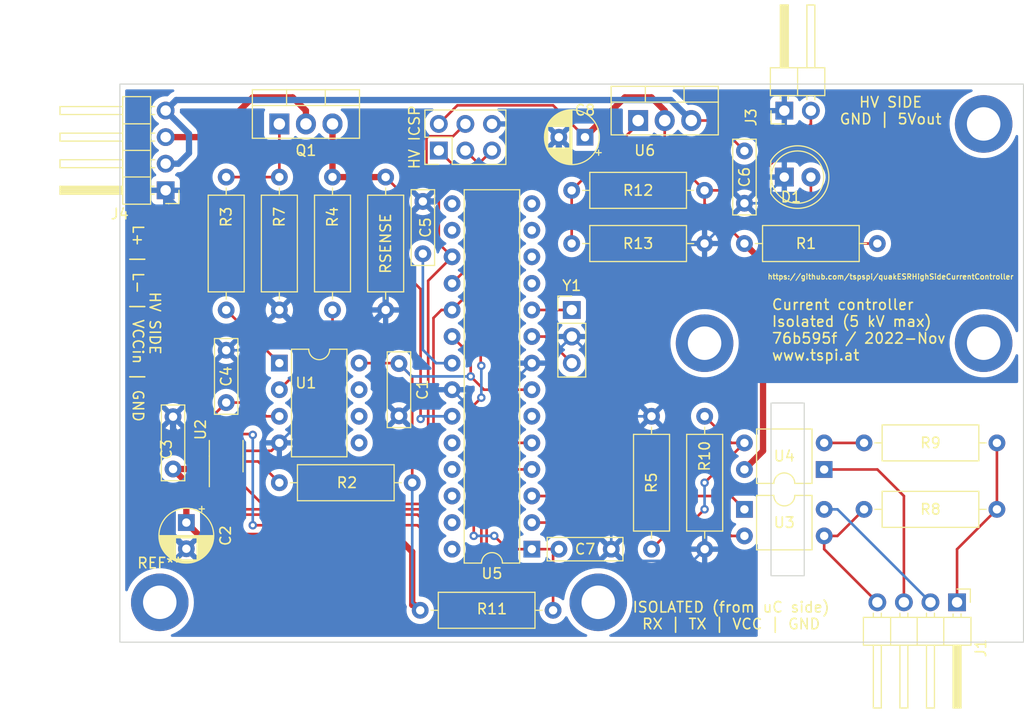
<source format=kicad_pcb>
(kicad_pcb (version 20211014) (generator pcbnew)
  (layers (0 "F.Cu" signal) (31 "B.Cu" signal) (34 "B.Paste" user) (35 "F.Paste" user) (36 "B.SilkS" user "B.Silkscreen") (37 "F.SilkS" user "F.Silkscreen") (38 "B.Mask" user) (39 "F.Mask" user) (44 "Edge.Cuts" user))
  (net 0 "")
  (net 1 "+5V")
  (net 2 "GND")
  (net 3 "Net-(C4-Pad1)")
  (net 4 "Net-(C5-Pad1)")
  (net 5 "Load_1")
  (net 6 "Net-(C7-Pad1)")
  (net 7 "Net-(D1-Pad2)")
  (net 8 "Net-(J1-Pad1)")
  (net 9 "Net-(J1-Pad2)")
  (net 10 "Net-(J1-Pad3)")
  (net 11 "Net-(J1-Pad4)")
  (net 12 "Net-(J2-Pad1)")
  (net 13 "Net-(J2-Pad3)")
  (net 14 "Net-(J2-Pad4)")
  (net 15 "Load_2")
  (net 16 "Net-(Q1-Pad1)")
  (net 17 "Net-(Q1-Pad3)")
  (net 18 "Net-(R2-Pad1)")
  (net 19 "Net-(R3-Pad1)")
  (net 20 "Net-(R4-Pad1)")
  (net 21 "Net-(R5-Pad2)")
  (net 22 "Net-(R9-Pad1)")
  (net 23 "Net-(R10-Pad1)")
  (net 24 "Net-(R12-Pad2)")
  (net 25 "Net-(U2-Pad5)")
  (net 27 "Net-(U3-Pad1)")
  (net 38 "Net-(Y1-Pad3)")
  (net 39 "Net-(Y1-Pad1)")
  (footprint "Resistor_THT:R_Axial_DIN0309_L9.0mm_D3.2mm_P12.70mm_Horizontal" (layer "F.Cu") (at 186.182 126.492)
    (fp_text reference "R11" (at 6.858 -0.127) (layer "F.SilkS"))
    (fp_text value "10k")
    (pad "1" thru_hole circle (at 0 0) (size 1.6 1.6) (drill 0.8) (layers *.Cu *.Mask) (net 1 "+5V"))
    (pad "2" thru_hole oval (at 12.7 0) (size 1.6 1.6) (drill 0.8) (layers *.Cu *.Mask) (net 6 "Net-(C7-Pad1)"))
  )
  (footprint "Resistor_THT:R_Axial_DIN0309_L9.0mm_D3.2mm_P12.70mm_Horizontal" (layer "F.Cu") (at 172.72 114.3)
    (fp_text reference "R2" (at 6.46 0) (layer "F.SilkS"))
    (fp_text value "10k")
    (pad "1" thru_hole circle (at 0 0) (size 1.6 1.6) (drill 0.8) (layers *.Cu *.Mask) (net 18 "Net-(R2-Pad1)"))
    (pad "2" thru_hole oval (at 12.7 0) (size 1.6 1.6) (drill 0.8) (layers *.Cu *.Mask) (net 1 "+5V"))
  )
  (footprint "Resistor_THT:R_Axial_DIN0309_L9.0mm_D3.2mm_P12.70mm_Horizontal" (layer "F.Cu") (at 177.8 97.79 90)
    (fp_text reference "R4" (at 8.89 0 90) (layer "F.SilkS"))
    (fp_text value "100R")
    (pad "1" thru_hole circle (at 0 0 90) (size 1.6 1.6) (drill 0.8) (layers *.Cu *.Mask) (net 20 "Net-(R4-Pad1)"))
    (pad "2" thru_hole oval (at 12.7 0 90) (size 1.6 1.6) (drill 0.8) (layers *.Cu *.Mask) (net 17 "Net-(Q1-Pad3)"))
  )
  (footprint "" (layer "F.Cu") (at 213.36 100.965)
    (fp_text reference "" (at 0 0) (layer "F.SilkS") (effects (font (size 1.27 1.27))))
    (fp_text value "" (at 0 0) (layer "F.SilkS") (effects (font (size 1.27 1.27))))
    (pad "1" thru_hole circle (at 0 0) (size 5.5 5.5) (drill 3.2) (layers *.Cu *.Mask))
  )
  (footprint "Connector_PinHeader_2.54mm:PinHeader_1x04_P2.54mm_Horizontal" (layer "F.Cu") (at 237.49 125.73 -90)
    (fp_text reference "J1" (at 4.385 -2.27 90) (layer "F.SilkS"))
    (fp_text value "Conn_01x04")
    (pad "1" thru_hole rect (at 0 0 270) (size 1.7 1.7) (drill 1) (layers *.Cu *.Mask) (net 8 "Net-(J1-Pad1)"))
    (pad "2" thru_hole oval (at 0 2.54 270) (size 1.7 1.7) (drill 1) (layers *.Cu *.Mask) (net 9 "Net-(J1-Pad2)"))
    (pad "3" thru_hole oval (at 0 5.08 270) (size 1.7 1.7) (drill 1) (layers *.Cu *.Mask) (net 10 "Net-(J1-Pad3)"))
    (pad "4" thru_hole oval (at 0 7.62 270) (size 1.7 1.7) (drill 1) (layers *.Cu *.Mask) (net 11 "Net-(J1-Pad4)"))
  )
  (footprint "Capacitor_THT:CP_Radial_D5.0mm_P2.50mm" (layer "F.Cu") (at 201.93 81.28 180)
    (fp_text reference "C8" (at 0 2.58) (layer "F.SilkS"))
    (fp_text value "10uF")
    (pad "1" thru_hole rect (at 0 0 180) (size 1.6 1.6) (drill 0.8) (layers *.Cu *.Mask) (net 1 "+5V"))
    (pad "2" thru_hole circle (at 2.5 0 180) (size 1.6 1.6) (drill 0.8) (layers *.Cu *.Mask) (net 2 "GND"))
  )
  (footprint "Resistor_THT:R_Axial_DIN0309_L9.0mm_D3.2mm_P12.70mm_Horizontal" (layer "F.Cu") (at 167.64 97.79 90)
    (fp_text reference "R3" (at 8.89 0 90) (layer "F.SilkS"))
    (fp_text value "100R")
    (pad "1" thru_hole circle (at 0 0 90) (size 1.6 1.6) (drill 0.8) (layers *.Cu *.Mask) (net 19 "Net-(R3-Pad1)"))
    (pad "2" thru_hole oval (at 12.7 0 90) (size 1.6 1.6) (drill 0.8) (layers *.Cu *.Mask) (net 16 "Net-(Q1-Pad1)"))
  )
  (footprint "Resistor_THT:R_Axial_DIN0309_L9.0mm_D3.2mm_P12.70mm_Horizontal" (layer "F.Cu") (at 182.88 85.09 -90)
    (fp_text reference "RSENSE" (at 6.35 0 90) (layer "F.SilkS"))
    (fp_text value "10R")
    (pad "1" thru_hole circle (at 0 0 270) (size 1.6 1.6) (drill 0.8) (layers *.Cu *.Mask) (net 17 "Net-(Q1-Pad3)"))
    (pad "2" thru_hole oval (at 12.7 0 270) (size 1.6 1.6) (drill 0.8) (layers *.Cu *.Mask) (net 2 "GND"))
  )
  (footprint "Package_DIP:DIP-8_W7.62mm" (layer "F.Cu") (at 172.72 102.87)
    (fp_text reference "U1" (at 2.54 1.905) (layer "F.SilkS"))
    (fp_text value "LM358")
    (pad "1" thru_hole rect (at 0 0) (size 1.6 1.6) (drill 0.8) (layers *.Cu *.Mask) (net 19 "Net-(R3-Pad1)"))
    (pad "2" thru_hole oval (at 0 2.54) (size 1.6 1.6) (drill 0.8) (layers *.Cu *.Mask) (net 20 "Net-(R4-Pad1)"))
    (pad "3" thru_hole oval (at 0 5.08) (size 1.6 1.6) (drill 0.8) (layers *.Cu *.Mask) (net 3 "Net-(C4-Pad1)"))
    (pad "4" thru_hole oval (at 0 7.62) (size 1.6 1.6) (drill 0.8) (layers *.Cu *.Mask) (net 2 "GND"))
    (pad "5" thru_hole oval (at 7.62 7.62) (size 1.6 1.6) (drill 0.8) (layers *.Cu *.Mask))
    (pad "6" thru_hole oval (at 7.62 5.08) (size 1.6 1.6) (drill 0.8) (layers *.Cu *.Mask))
    (pad "7" thru_hole oval (at 7.62 2.54) (size 1.6 1.6) (drill 0.8) (layers *.Cu *.Mask))
    (pad "8" thru_hole oval (at 7.62 0) (size 1.6 1.6) (drill 0.8) (layers *.Cu *.Mask) (net 1 "+5V"))
  )
  (footprint "" (layer "F.Cu") (at 240.03 80.01)
    (fp_text reference "" (at 0 0) (layer "F.SilkS") (effects (font (size 1.27 1.27))))
    (fp_text value "" (at 0 0) (layer "F.SilkS") (effects (font (size 1.27 1.27))))
    (pad "1" thru_hole circle (at 0 0) (size 5.5 5.5) (drill 3.2) (layers *.Cu *.Mask))
  )
  (footprint "LED_THT:LED_D5.0mm" (layer "F.Cu") (at 220.98 85.09)
    (fp_text reference "D1" (at 0.635 1.905) (layer "F.SilkS"))
    (fp_text value "LED")
    (pad "1" thru_hole rect (at 0 0) (size 1.8 1.8) (drill 0.9) (layers *.Cu *.Mask) (net 2 "GND"))
    (pad "2" thru_hole circle (at 2.54 0) (size 1.8 1.8) (drill 0.9) (layers *.Cu *.Mask) (net 7 "Net-(D1-Pad2)"))
  )
  (footprint "Capacitor_THT:C_Rect_L7.0mm_W2.0mm_P5.00mm" (layer "F.Cu") (at 167.64 106.64 90)
    (fp_text reference "C4" (at 2.5 0 90) (layer "F.SilkS"))
    (fp_text value "1uF")
    (pad "1" thru_hole circle (at 0 0 90) (size 1.6 1.6) (drill 0.8) (layers *.Cu *.Mask) (net 3 "Net-(C4-Pad1)"))
    (pad "2" thru_hole circle (at 5 0 90) (size 1.6 1.6) (drill 0.8) (layers *.Cu *.Mask) (net 2 "GND"))
  )
  (footprint "Capacitor_THT:C_Rect_L7.0mm_W2.0mm_P5.00mm" (layer "F.Cu") (at 199.44 120.65)
    (fp_text reference "C7" (at 2.5 0) (layer "F.SilkS"))
    (fp_text value "0.1uF")
    (pad "1" thru_hole circle (at 0 0) (size 1.6 1.6) (drill 0.8) (layers *.Cu *.Mask) (net 6 "Net-(C7-Pad1)"))
    (pad "2" thru_hole circle (at 5 0) (size 1.6 1.6) (drill 0.8) (layers *.Cu *.Mask) (net 2 "GND"))
  )
  (footprint "Capacitor_THT:C_Rect_L7.0mm_W2.0mm_P5.00mm" (layer "F.Cu") (at 184.15 102.91 -90)
    (fp_text reference "C1" (at 2.5 -2.25 90) (layer "F.SilkS"))
    (fp_text value "10nF")
    (pad "1" thru_hole circle (at 0 0 270) (size 1.6 1.6) (drill 0.8) (layers *.Cu *.Mask) (net 1 "+5V"))
    (pad "2" thru_hole circle (at 5 0 270) (size 1.6 1.6) (drill 0.8) (layers *.Cu *.Mask) (net 2 "GND"))
  )
  (footprint "Package_DIP:DIP-28_W7.62mm" (layer "F.Cu") (at 196.85 120.65 180)
    (fp_text reference "U5" (at 3.81 -2.33) (layer "F.SilkS"))
    (fp_text value "ATmega328P-P")
    (pad "1" thru_hole rect (at 0 0 180) (size 1.6 1.6) (drill 0.8) (layers *.Cu *.Mask) (net 6 "Net-(C7-Pad1)"))
    (pad "2" thru_hole oval (at 0 2.54 180) (size 1.6 1.6) (drill 0.8) (layers *.Cu *.Mask) (net 23 "Net-(R10-Pad1)"))
    (pad "3" thru_hole oval (at 0 5.08 180) (size 1.6 1.6) (drill 0.8) (layers *.Cu *.Mask) (net 27 "Net-(U3-Pad1)"))
    (pad "4" thru_hole oval (at 0 7.62 180) (size 1.6 1.6) (drill 0.8) (layers *.Cu *.Mask) (net 25 "Net-(U2-Pad5)"))
    (pad "5" thru_hole oval (at 0 10.16 180) (size 1.6 1.6) (drill 0.8) (layers *.Cu *.Mask) (net 18 "Net-(R2-Pad1)"))
    (pad "6" thru_hole oval (at 0 12.7 180) (size 1.6 1.6) (drill 0.8) (layers *.Cu *.Mask))
    (pad "7" thru_hole oval (at 0 15.24 180) (size 1.6 1.6) (drill 0.8) (layers *.Cu *.Mask) (net 1 "+5V"))
    (pad "8" thru_hole oval (at 0 17.78 180) (size 1.6 1.6) (drill 0.8) (layers *.Cu *.Mask) (net 2 "GND"))
    (pad "9" thru_hole oval (at 0 20.32 180) (size 1.6 1.6) (drill 0.8) (layers *.Cu *.Mask) (net 38 "Net-(Y1-Pad3)"))
    (pad "10" thru_hole oval (at 0 22.86 180) (size 1.6 1.6) (drill 0.8) (layers *.Cu *.Mask) (net 39 "Net-(Y1-Pad1)"))
    (pad "11" thru_hole oval (at 0 25.4 180) (size 1.6 1.6) (drill 0.8) (layers *.Cu *.Mask))
    (pad "12" thru_hole oval (at 0 27.94 180) (size 1.6 1.6) (drill 0.8) (layers *.Cu *.Mask))
    (pad "13" thru_hole oval (at 0 30.48 180) (size 1.6 1.6) (drill 0.8) (layers *.Cu *.Mask))
    (pad "14" thru_hole oval (at 0 33.02 180) (size 1.6 1.6) (drill 0.8) (layers *.Cu *.Mask))
    (pad "15" thru_hole oval (at 7.62 33.02 180) (size 1.6 1.6) (drill 0.8) (layers *.Cu *.Mask))
    (pad "16" thru_hole oval (at 7.62 30.48 180) (size 1.6 1.6) (drill 0.8) (layers *.Cu *.Mask))
    (pad "17" thru_hole oval (at 7.62 27.94 180) (size 1.6 1.6) (drill 0.8) (layers *.Cu *.Mask) (net 14 "Net-(J2-Pad4)"))
    (pad "18" thru_hole oval (at 7.62 25.4 180) (size 1.6 1.6) (drill 0.8) (layers *.Cu *.Mask) (net 12 "Net-(J2-Pad1)"))
    (pad "19" thru_hole oval (at 7.62 22.86 180) (size 1.6 1.6) (drill 0.8) (layers *.Cu *.Mask) (net 13 "Net-(J2-Pad3)"))
    (pad "20" thru_hole oval (at 7.62 20.32 180) (size 1.6 1.6) (drill 0.8) (layers *.Cu *.Mask) (net 1 "+5V"))
    (pad "21" thru_hole oval (at 7.62 17.78 180) (size 1.6 1.6) (drill 0.8) (layers *.Cu *.Mask) (net 4 "Net-(C5-Pad1)"))
    (pad "22" thru_hole oval (at 7.62 15.24 180) (size 1.6 1.6) (drill 0.8) (layers *.Cu *.Mask) (net 2 "GND"))
    (pad "23" thru_hole oval (at 7.62 12.7 180) (size 1.6 1.6) (drill 0.8) (layers *.Cu *.Mask) (net 17 "Net-(Q1-Pad3)"))
    (pad "24" thru_hole oval (at 7.62 10.16 180) (size 1.6 1.6) (drill 0.8) (layers *.Cu *.Mask))
    (pad "25" thru_hole oval (at 7.62 7.62 180) (size 1.6 1.6) (drill 0.8) (layers *.Cu *.Mask))
    (pad "26" thru_hole oval (at 7.62 5.08 180) (size 1.6 1.6) (drill 0.8) (layers *.Cu *.Mask))
    (pad "27" thru_hole oval (at 7.62 2.54 180) (size 1.6 1.6) (drill 0.8) (layers *.Cu *.Mask))
    (pad "28" thru_hole oval (at 7.62 0 180) (size 1.6 1.6) (drill 0.8) (layers *.Cu *.Mask))
  )
  (footprint "Resistor_THT:R_Axial_DIN0309_L9.0mm_D3.2mm_P12.70mm_Horizontal" (layer "F.Cu") (at 200.66 91.44)
    (fp_text reference "R13" (at 6.35 0) (layer "F.SilkS"))
    (fp_text value "720R")
    (pad "1" thru_hole circle (at 0 0) (size 1.6 1.6) (drill 0.8) (layers *.Cu *.Mask) (net 24 "Net-(R12-Pad2)"))
    (pad "2" thru_hole oval (at 12.7 0) (size 1.6 1.6) (drill 0.8) (layers *.Cu *.Mask) (net 2 "GND"))
  )
  (footprint "Connector_PinHeader_2.54mm:PinHeader_1x03_P2.54mm_Vertical" (layer "F.Cu") (at 200.67 97.79)
    (fp_text reference "Y1" (at 0 -2.33) (layer "F.SilkS"))
    (fp_text value "16/20MHz")
    (pad "1" thru_hole rect (at 0 0) (size 1.7 1.7) (drill 1) (layers *.Cu *.Mask) (net 39 "Net-(Y1-Pad1)"))
    (pad "2" thru_hole oval (at 0 2.54) (size 1.7 1.7) (drill 1) (layers *.Cu *.Mask) (net 2 "GND"))
    (pad "3" thru_hole oval (at 0 5.08) (size 1.7 1.7) (drill 1) (layers *.Cu *.Mask) (net 38 "Net-(Y1-Pad3)"))
  )
  (footprint "Package_DIP:DIP-4_W7.62mm" (layer "F.Cu") (at 217.17 116.845)
    (fp_text reference "U3" (at 3.81 1.265) (layer "F.SilkS"))
    (fp_text value "PC817")
    (pad "1" thru_hole rect (at 0 0) (size 1.6 1.6) (drill 0.8) (layers *.Cu *.Mask) (net 27 "Net-(U3-Pad1)"))
    (pad "2" thru_hole oval (at 0 2.54) (size 1.6 1.6) (drill 0.8) (layers *.Cu *.Mask) (net 21 "Net-(R5-Pad2)"))
    (pad "3" thru_hole oval (at 7.62 2.54) (size 1.6 1.6) (drill 0.8) (layers *.Cu *.Mask) (net 11 "Net-(J1-Pad4)"))
    (pad "4" thru_hole oval (at 7.62 0) (size 1.6 1.6) (drill 0.8) (layers *.Cu *.Mask) (net 9 "Net-(J1-Pad2)"))
  )
  (footprint "Package_TO_SOT_THT:TO-220-3_Vertical" (layer "F.Cu") (at 172.72 80.01)
    (fp_text reference "Q1" (at 2.54 2.54) (layer "F.SilkS"))
    (fp_text value "IRF540N")
    (pad "1" thru_hole rect (at 0 0) (size 1.905 2) (drill 1.1) (layers *.Cu *.Mask) (net 16 "Net-(Q1-Pad1)"))
    (pad "2" thru_hole oval (at 2.54 0) (size 1.905 2) (drill 1.1) (layers *.Cu *.Mask) (net 15 "Load_2"))
    (pad "3" thru_hole oval (at 5.08 0) (size 1.905 2) (drill 1.1) (layers *.Cu *.Mask) (net 17 "Net-(Q1-Pad3)"))
  )
  (footprint "Connector_PinHeader_2.54mm:PinHeader_1x02_P2.54mm_Horizontal" (layer "F.Cu") (at 220.98 78.74 90)
    (fp_text reference "J3" (at -0.635 -3.175 90) (layer "F.SilkS"))
    (fp_text value "Conn_01x02")
    (pad "1" thru_hole rect (at 0 0 90) (size 1.7 1.7) (drill 1) (layers *.Cu *.Mask) (net 2 "GND"))
    (pad "2" thru_hole oval (at 0 2.54 90) (size 1.7 1.7) (drill 1) (layers *.Cu *.Mask) (net 1 "+5V"))
  )
  (footprint "Package_DIP:DIP-4_W7.62mm" (layer "F.Cu") (at 224.79 113.035 180)
    (fp_text reference "U4" (at 3.81 1.275) (layer "F.SilkS"))
    (fp_text value "PC817")
    (pad "1" thru_hole rect (at 0 0 180) (size 1.6 1.6) (drill 0.8) (layers *.Cu *.Mask) (net 10 "Net-(J1-Pad3)"))
    (pad "2" thru_hole oval (at 0 2.54 180) (size 1.6 1.6) (drill 0.8) (layers *.Cu *.Mask) (net 22 "Net-(R9-Pad1)"))
    (pad "3" thru_hole oval (at 7.62 2.54 180) (size 1.6 1.6) (drill 0.8) (layers *.Cu *.Mask) (net 23 "Net-(R10-Pad1)"))
    (pad "4" thru_hole oval (at 7.62 0 180) (size 1.6 1.6) (drill 0.8) (layers *.Cu *.Mask) (net 1 "+5V"))
  )
  (footprint "Connector_PinHeader_2.54mm:PinHeader_2x03_P2.54mm_Vertical" (layer "F.Cu") (at 187.96 82.55 90)
    (fp_text reference "HV ICSP" (at 1.27 -2.33 90) (layer "F.SilkS"))
    (fp_text value "Conn_02x03_Odd_Even")
    (pad "1" thru_hole rect (at 0 0 90) (size 1.7 1.7) (drill 1) (layers *.Cu *.Mask) (net 12 "Net-(J2-Pad1)"))
    (pad "2" thru_hole oval (at 2.54 0 90) (size 1.7 1.7) (drill 1) (layers *.Cu *.Mask) (net 1 "+5V"))
    (pad "3" thru_hole oval (at 0 2.54 90) (size 1.7 1.7) (drill 1) (layers *.Cu *.Mask) (net 13 "Net-(J2-Pad3)"))
    (pad "4" thru_hole oval (at 2.54 2.54 90) (size 1.7 1.7) (drill 1) (layers *.Cu *.Mask) (net 14 "Net-(J2-Pad4)"))
    (pad "5" thru_hole oval (at 0 5.08 90) (size 1.7 1.7) (drill 1) (layers *.Cu *.Mask) (net 6 "Net-(C7-Pad1)"))
    (pad "6" thru_hole oval (at 2.54 5.08 90) (size 1.7 1.7) (drill 1) (layers *.Cu *.Mask) (net 2 "GND"))
  )
  (footprint "Package_TO_SOT_THT:TO-220-3_Vertical" (layer "F.Cu") (at 207.01 79.685)
    (fp_text reference "U6" (at 0.635 2.865) (layer "F.SilkS"))
    (fp_text value "LM317_TO-220")
    (pad "1" thru_hole rect (at 0 0) (size 1.905 2) (drill 1.1) (layers *.Cu *.Mask) (net 24 "Net-(R12-Pad2)"))
    (pad "2" thru_hole oval (at 2.54 0) (size 1.905 2) (drill 1.1) (layers *.Cu *.Mask) (net 1 "+5V"))
    (pad "3" thru_hole oval (at 5.08 0) (size 1.905 2) (drill 1.1) (layers *.Cu *.Mask) (net 5 "Load_1"))
  )
  (footprint "Connector_PinHeader_2.54mm:PinHeader_1x04_P2.54mm_Horizontal" (layer "F.Cu") (at 161.855 86.35 180)
    (fp_text reference "J4" (at 4.385 -2.27) (layer "F.SilkS"))
    (fp_text value "Conn_01x04")
    (pad "1" thru_hole rect (at 0 0 180) (size 1.7 1.7) (drill 1) (layers *.Cu *.Mask) (net 2 "GND"))
    (pad "2" thru_hole oval (at 0 2.54 180) (size 1.7 1.7) (drill 1) (layers *.Cu *.Mask) (net 5 "Load_1"))
    (pad "3" thru_hole oval (at 0 5.08 180) (size 1.7 1.7) (drill 1) (layers *.Cu *.Mask) (net 15 "Load_2"))
    (pad "4" thru_hole oval (at 0 7.62 180) (size 1.7 1.7) (drill 1) (layers *.Cu *.Mask) (net 5 "Load_1"))
  )
  (footprint "Capacitor_THT:CP_Radial_D5.0mm_P2.50mm" (layer "F.Cu") (at 163.83 118.11 -90)
    (fp_text reference "C2" (at 1.25 -3.75 90) (layer "F.SilkS"))
    (fp_text value "10uF")
    (pad "1" thru_hole rect (at 0 0 270) (size 1.6 1.6) (drill 0.8) (layers *.Cu *.Mask) (net 1 "+5V"))
    (pad "2" thru_hole circle (at 2.5 0 270) (size 1.6 1.6) (drill 0.8) (layers *.Cu *.Mask) (net 2 "GND"))
  )
  (footprint "Resistor_THT:R_Axial_DIN0309_L9.0mm_D3.2mm_P12.70mm_Horizontal" (layer "F.Cu") (at 228.6 110.495)
    (fp_text reference "R9" (at 6.35 -0.005) (layer "F.SilkS"))
    (fp_text value "390R")
    (pad "1" thru_hole circle (at 0 0) (size 1.6 1.6) (drill 0.8) (layers *.Cu *.Mask) (net 22 "Net-(R9-Pad1)"))
    (pad "2" thru_hole oval (at 12.7 0) (size 1.6 1.6) (drill 0.8) (layers *.Cu *.Mask) (net 8 "Net-(J1-Pad1)"))
  )
  (footprint "" (layer "F.Cu") (at 240.03 100.965)
    (fp_text reference "" (at 0 0) (layer "F.SilkS") (effects (font (size 1.27 1.27))))
    (fp_text value "" (at 0 0) (layer "F.SilkS") (effects (font (size 1.27 1.27))))
    (pad "1" thru_hole circle (at 0 0) (size 5.5 5.5) (drill 3.2) (layers *.Cu *.Mask))
  )
  (footprint "" (layer "F.Cu") (at 203.2 125.73)
    (fp_text reference "" (at 0 0) (layer "F.SilkS") (effects (font (size 1.27 1.27))))
    (fp_text value "" (at 0 0) (layer "F.SilkS") (effects (font (size 1.27 1.27))))
    (pad "1" thru_hole circle (at 0 0) (size 5.5 5.5) (drill 3.2) (layers *.Cu *.Mask))
  )
  (footprint "Resistor_THT:R_Axial_DIN0309_L9.0mm_D3.2mm_P12.70mm_Horizontal" (layer "F.Cu") (at 241.3 116.845 180)
    (fp_text reference "R8" (at 6.35 0.005) (layer "F.SilkS"))
    (fp_text value "200R")
    (pad "1" thru_hole circle (at 0 0 180) (size 1.6 1.6) (drill 0.8) (layers *.Cu *.Mask) (net 8 "Net-(J1-Pad1)"))
    (pad "2" thru_hole oval (at 12.7 0 180) (size 1.6 1.6) (drill 0.8) (layers *.Cu *.Mask) (net 11 "Net-(J1-Pad4)"))
  )
  (footprint "Resistor_THT:R_Axial_DIN0309_L9.0mm_D3.2mm_P12.70mm_Horizontal" (layer "F.Cu") (at 213.37 107.95 -90)
    (fp_text reference "R10" (at 3.81 0.01 90) (layer "F.SilkS"))
    (fp_text value "1k")
    (pad "1" thru_hole circle (at 0 0 270) (size 1.6 1.6) (drill 0.8) (layers *.Cu *.Mask) (net 23 "Net-(R10-Pad1)"))
    (pad "2" thru_hole oval (at 12.7 0 270) (size 1.6 1.6) (drill 0.8) (layers *.Cu *.Mask) (net 2 "GND"))
  )
  (footprint "Resistor_THT:R_Axial_DIN0309_L9.0mm_D3.2mm_P12.70mm_Horizontal" (layer "F.Cu") (at 213.36 86.36 180)
    (fp_text reference "R12" (at 6.35 0) (layer "F.SilkS"))
    (fp_text value "240R")
    (pad "1" thru_hole circle (at 0 0 180) (size 1.6 1.6) (drill 0.8) (layers *.Cu *.Mask) (net 1 "+5V"))
    (pad "2" thru_hole oval (at 12.7 0 180) (size 1.6 1.6) (drill 0.8) (layers *.Cu *.Mask) (net 24 "Net-(R12-Pad2)"))
  )
  (footprint "Resistor_THT:R_Axial_DIN0309_L9.0mm_D3.2mm_P12.70mm_Horizontal" (layer "F.Cu") (at 217.17 91.44)
    (fp_text reference "R1" (at 5.882002 0) (layer "F.SilkS"))
    (fp_text value "1k")
    (pad "1" thru_hole circle (at 0 0) (size 1.6 1.6) (drill 0.8) (layers *.Cu *.Mask) (net 1 "+5V"))
    (pad "2" thru_hole oval (at 12.7 0) (size 1.6 1.6) (drill 0.8) (layers *.Cu *.Mask) (net 7 "Net-(D1-Pad2)"))
  )
  (footprint "Capacitor_THT:C_Rect_L7.0mm_W2.0mm_P5.00mm" (layer "F.Cu") (at 162.56 112.99 90)
    (fp_text reference "C3" (at 1.865 -0.635 90) (layer "F.SilkS"))
    (fp_text value "0.1uF")
    (pad "1" thru_hole circle (at 0 0 90) (size 1.6 1.6) (drill 0.8) (layers *.Cu *.Mask) (net 1 "+5V"))
    (pad "2" thru_hole circle (at 5 0 90) (size 1.6 1.6) (drill 0.8) (layers *.Cu *.Mask) (net 2 "GND"))
  )
  (footprint "Capacitor_THT:C_Rect_L7.0mm_W2.0mm_P5.00mm" (layer "F.Cu") (at 217.17 82.59 -90)
    (fp_text reference "C6" (at 2.5 0 90) (layer "F.SilkS"))
    (fp_text value "0.1uF")
    (pad "1" thru_hole circle (at 0 0 270) (size 1.6 1.6) (drill 0.8) (layers *.Cu *.Mask) (net 5 "Load_1"))
    (pad "2" thru_hole circle (at 5 0 270) (size 1.6 1.6) (drill 0.8) (layers *.Cu *.Mask) (net 2 "GND"))
  )
  (footprint "Resistor_THT:R_Axial_DIN0309_L9.0mm_D3.2mm_P12.70mm_Horizontal" (layer "F.Cu") (at 208.29 107.95 -90)
    (fp_text reference "R5" (at 6.35 0.01 90) (layer "F.SilkS"))
    (fp_text value "390R")
    (pad "1" thru_hole circle (at 0 0 270) (size 1.6 1.6) (drill 0.8) (layers *.Cu *.Mask) (net 2 "GND"))
    (pad "2" thru_hole oval (at 12.7 0 270) (size 1.6 1.6) (drill 0.8) (layers *.Cu *.Mask) (net 21 "Net-(R5-Pad2)"))
  )
  (footprint "MountingHole:MountingHole_3.2mm_M3_ISO14580_Pad" (layer "F.Cu") (at 161.29 125.73)
    (fp_text reference "REF**" (at 0 -3.75) (layer "F.SilkS"))
    (fp_text value "MountingHole_3.2mm_M3_ISO14580_Pad")
    (pad "1" thru_hole circle (at 0 0) (size 5.5 5.5) (drill 3.2) (layers *.Cu *.Mask))
  )
  (footprint "Resistor_THT:R_Axial_DIN0309_L9.0mm_D3.2mm_P12.70mm_Horizontal" (layer "F.Cu") (at 172.72 97.79 90)
    (fp_text reference "R7" (at 8.89 0 90) (layer "F.SilkS"))
    (fp_text value "1M")
    (pad "1" thru_hole circle (at 0 0 90) (size 1.6 1.6) (drill 0.8) (layers *.Cu *.Mask) (net 2 "GND"))
    (pad "2" thru_hole oval (at 12.7 0 90) (size 1.6 1.6) (drill 0.8) (layers *.Cu *.Mask) (net 16 "Net-(Q1-Pad1)"))
  )
  (footprint "Capacitor_THT:C_Rect_L7.0mm_W2.0mm_P5.00mm" (layer "F.Cu") (at 186.436 92.416 90)
    (fp_text reference "C5" (at 2.5 0.254 90) (layer "F.SilkS"))
    (fp_text value "0.1uF")
    (pad "1" thru_hole circle (at 0 0 90) (size 1.6 1.6) (drill 0.8) (layers *.Cu *.Mask) (net 4 "Net-(C5-Pad1)"))
    (pad "2" thru_hole circle (at 5 0 90) (size 1.6 1.6) (drill 0.8) (layers *.Cu *.Mask) (net 2 "GND"))
  )
  (footprint "Package_SO:MSOP-8_3x3mm_P0.65mm" (layer "F.Cu") (at 167.64 111.76 90)
    (fp_text reference "U2" (at 2.54 -2.45 90) (layer "F.SilkS"))
    (fp_text value "MCP4822")
    (pad "1" smd roundrect (at -2.1125 -0.975 90) (size 1.625 0.4) (layers "F.Cu" "F.Paste" "F.Mask") (net 1 "+5V"))
    (pad "2" smd roundrect (at -2.1125 -0.325 90) (size 1.625 0.4) (layers "F.Cu" "F.Paste" "F.Mask") (net 18 "Net-(R2-Pad1)"))
    (pad "3" smd roundrect (at -2.1125 0.325 90) (size 1.625 0.4) (layers "F.Cu" "F.Paste" "F.Mask") (net 13 "Net-(J2-Pad3)"))
    (pad "4" smd roundrect (at -2.1125 0.975 90) (size 1.625 0.4) (layers "F.Cu" "F.Paste" "F.Mask") (net 14 "Net-(J2-Pad4)"))
    (pad "5" smd roundrect (at 2.1125 0.975 90) (size 1.625 0.4) (layers "F.Cu" "F.Paste" "F.Mask") (net 25 "Net-(U2-Pad5)"))
    (pad "6" smd roundrect (at 2.1125 0.325 90) (size 1.625 0.4) (layers "F.Cu" "F.Paste" "F.Mask"))
    (pad "7" smd roundrect (at 2.1125 -0.325 90) (size 1.625 0.4) (layers "F.Cu" "F.Paste" "F.Mask") (net 2 "GND"))
    (pad "8" smd roundrect (at 2.1125 -0.975 90) (size 1.625 0.4) (layers "F.Cu" "F.Paste" "F.Mask") (net 3 "Net-(C4-Pad1)"))
  )
  (gr_rect (start 157.48 76.2) (end 243.84 129.54) (layer "Edge.Cuts") (width 0.1) (fill none))
  (gr_rect (start 219.71 106.68) (end 222.885 123.19) (layer "Edge.Cuts") (width 0.1) (fill none))
  (gr_text "Current controller\nIsolated (5 kV max)\n76b595f / 2022-Nov\nwww.tspi.at" (at 219.71 99.695) (layer "F.SilkS") (effects (font (size 1 1)) (justify left)))
  (gr_text "HV SIDE\nGND | 5Vout" (at 231.14 78.74) (layer "F.SilkS") (effects (font (size 1 1))))
  (gr_text "https://github.com/tspspi/quakESRHighSideCurrentController" (at 231.14 94.615) (layer "F.SilkS") (effects (font (size 0.5 0.5) (thickness 0.1))))
  (gr_text "HV SIDE\nL+ | L- | VCCin | GND" (at 160.02 99.06 270) (layer "F.SilkS") (effects (font (size 1 1))))
  (gr_text "ISOLATED (from uC side)\nRX | TX | VCC | GND" (at 215.9 127) (layer "F.SilkS") (effects (font (size 1 1))))
  (segment (start 184.15 102.91) (end 185.42 104.18) (width 0.25) (layer "F.Cu") (net 1))
  (segment (start 218.948 111.257) (end 218.948 93.218) (width 0.6) (layer "F.Cu") (net 1))
  (segment (start 187.96 80.01) (end 189.738 78.232) (width 0.25) (layer "F.Cu") (net 1))
  (segment (start 163.83 114.26) (end 162.56 112.99) (width 0.6) (layer "F.Cu") (net 1))
  (segment (start 209.55 79.685) (end 209.55 82.55) (width 0.25) (layer "F.Cu") (net 1))
  (segment (start 198.882 78.232) (end 201.93 81.28) (width 0.25) (layer "F.Cu") (net 1))
  (segment (start 163.83 118.11) (end 165.1 119.38) (width 0.6) (layer "F.Cu") (net 1))
  (segment (start 205.74 77.47) (end 208.28 77.47) (width 0.6) (layer "F.Cu") (net 1))
  (segment (start 208.28 77.47) (end 209.55 78.74) (width 0.6) (layer "F.Cu") (net 1))
  (segment (start 185.42 104.18) (end 185.42 114.3) (width 0.25) (layer "F.Cu") (net 1))
  (segment (start 165.7325 112.99) (end 166.615 113.8725) (width 0.6) (layer "F.Cu") (net 1))
  (segment (start 185.674 125.984) (end 186.182 126.492) (width 0.6) (layer "F.Cu") (net 1))
  (segment (start 213.36 86.36) (end 215.9 86.36) (width 0.25) (layer "F.Cu") (net 1))
  (segment (start 213.36 87.63) (end 217.17 91.44) (width 0.25) (layer "F.Cu") (net 1))
  (segment (start 223.52 80.01) (end 223.52 78.74) (width 0.25) (layer "F.Cu") (net 1))
  (segment (start 209.55 78.74) (end 209.55 79.685) (width 0.6) (layer "F.Cu") (net 1))
  (segment (start 183.896 119.38) (end 185.42 120.904) (width 0.6) (layer "F.Cu") (net 1))
  (segment (start 192.278 105.41) (end 196.85 105.41) (width 0.25) (layer "F.Cu") (net 1))
  (segment (start 191.008 102.108) (end 189.23 100.33) (width 0.25) (layer "F.Cu") (net 1))
  (segment (start 218.44 85.09) (end 223.52 80.01) (width 0.25) (layer "F.Cu") (net 1))
  (segment (start 217.17 113.035) (end 218.948 111.257) (width 0.6) (layer "F.Cu") (net 1))
  (segment (start 209.55 82.55) (end 213.36 86.36) (width 0.25) (layer "F.Cu") (net 1))
  (segment (start 180.34 102.87) (end 184.11 102.87) (width 0.25) (layer "F.Cu") (net 1))
  (segment (start 184.11 102.87) (end 184.15 102.91) (width 0.25) (layer "F.Cu") (net 1))
  (segment (start 165.1 119.38) (end 183.896 119.38) (width 0.6) (layer "F.Cu") (net 1))
  (segment (start 201.93 81.28) (end 205.74 77.47) (width 0.6) (layer "F.Cu") (net 1))
  (segment (start 162.56 112.99) (end 165.7325 112.99) (width 0.6) (layer "F.Cu") (net 1))
  (segment (start 215.9 86.36) (end 217.17 85.09) (width 0.25) (layer "F.Cu") (net 1))
  (segment (start 185.42 120.904) (end 185.42 125.984) (width 0.6) (layer "F.Cu") (net 1))
  (segment (start 191.008 104.14) (end 192.278 105.41) (width 0.25) (layer "F.Cu") (net 1))
  (segment (start 191.008 104.14) (end 191.008 102.108) (width 0.25) (layer "F.Cu") (net 1))
  (segment (start 217.17 85.09) (end 218.44 85.09) (width 0.25) (layer "F.Cu") (net 1))
  (segment (start 218.948 93.218) (end 217.17 91.44) (width 0.6) (layer "F.Cu") (net 1))
  (segment (start 163.83 118.11) (end 163.83 114.26) (width 0.6) (layer "F.Cu") (net 1))
  (segment (start 213.36 86.36) (end 213.36 87.63) (width 0.25) (layer "F.Cu") (net 1))
  (segment (start 189.738 78.232) (end 198.882 78.232) (width 0.25) (layer "F.Cu") (net 1))
  (segment (start 185.42 125.984) (end 185.674 125.984) (width 0.6) (layer "F.Cu") (net 1))
  (via (at 191.008 104.14) (size 0.8) (drill 0.4) (layers "F.Cu" "B.Cu") (net 1))
  (segment (start 185.38 104.14) (end 191.008 104.14) (width 0.25) (layer "B.Cu") (net 1))
  (segment (start 184.15 102.91) (end 185.38 104.14) (width 0.25) (layer "B.Cu") (net 1))
  (segment (start 185.42 125.73) (end 186.182 126.492) (width 0.25) (layer "B.Cu") (net 1))
  (segment (start 185.42 114.3) (end 185.42 125.73) (width 0.25) (layer "B.Cu") (net 1))
  (segment (start 162.56 109.22) (end 162.56 107.99) (width 0.25) (layer "F.Cu") (net 2))
  (segment (start 167.315 109.6475) (end 167.315 110.815) (width 0.25) (layer "F.Cu") (net 2))
  (segment (start 171.958 111.252) (end 172.72 110.49) (width 0.25) (layer "F.Cu") (net 2))
  (segment (start 166.37 111.76) (end 165.1 111.76) (width 0.25) (layer "F.Cu") (net 2))
  (segment (start 167.64 111.252) (end 171.958 111.252) (width 0.25) (layer "F.Cu") (net 2))
  (segment (start 167.315 110.927) (end 167.64 111.252) (width 0.25) (layer "F.Cu") (net 2))
  (segment (start 165.1 111.76) (end 162.56 109.22) (width 0.25) (layer "F.Cu") (net 2))
  (segment (start 167.315 110.815) (end 166.37 111.76) (width 0.25) (layer "F.Cu") (net 2))
  (segment (start 167.315 110.815) (end 167.315 110.927) (width 0.25) (layer "F.Cu") (net 2))
  (segment (start 184.15 107.91) (end 186.65 105.41) (width 0.25) (layer "B.Cu") (net 2))
  (segment (start 165.1 114.24) (end 162.53 116.81) (width 0.6) (layer "B.Cu") (net 2))
  (segment (start 182.88 97.79) (end 182.88 90.972) (width 0.6) (layer "B.Cu") (net 2))
  (segment (start 182.88 90.972) (end 186.436 87.416) (width 0.6) (layer "B.Cu") (net 2))
  (segment (start 189.23 105.41) (end 191.008 107.188) (width 0.25) (layer "B.Cu") (net 2))
  (segment (start 174.02 99.09) (end 177.77 99.09) (width 0.6) (layer "B.Cu") (net 2))
  (segment (start 209.59 91.44) (end 213.36 91.44) (width 0.25) (layer "B.Cu") (net 2))
  (segment (start 204.44 120.65) (end 205.565 121.775) (width 0.25) (layer "B.Cu") (net 2))
  (segment (start 191.008 107.188) (end 192.532 107.188) (width 0.25) (layer "B.Cu") (net 2))
  (segment (start 177.77 99.09) (end 181.58 99.09) (width 0.6) (layer "B.Cu") (net 2))
  (segment (start 204.44 120.65) (end 204.44 110.012) (width 0.25) (layer "B.Cu") (net 2))
  (segment (start 213.36 91.44) (end 217.17 87.63) (width 0.25) (layer "B.Cu") (net 2))
  (segment (start 181.58 105.34) (end 181.58 99.09) (width 0.25) (layer "B.Cu") (net 2))
  (segment (start 167.64 101.64) (end 168.87 101.64) (width 0.25) (layer "B.Cu") (net 2))
  (segment (start 186.65 105.41) (end 189.23 105.41) (width 0.25) (layer "B.Cu") (net 2))
  (segment (start 205.565 121.775) (end 212.245 121.775) (width 0.25) (layer "B.Cu") (net 2))
  (segment (start 186.436 87.416) (end 187.56737 87.416) (width 0.6) (layer "B.Cu") (net 2))
  (segment (start 199.43 82.51) (end 199.43 81.28) (width 0.6) (layer "B.Cu") (net 2))
  (segment (start 168.87 101.64) (end 172.72 97.79) (width 0.25) (layer "B.Cu") (net 2))
  (segment (start 192.532 107.188) (end 196.85 102.87) (width 0.25) (layer "B.Cu") (net 2))
  (segment (start 206.502 107.95) (end 208.29 107.95) (width 0.25) (layer "B.Cu") (net 2))
  (segment (start 198.16 80.01) (end 199.43 81.28) (width 0.25) (layer "B.Cu") (net 2))
  (segment (start 172.72 97.79) (end 174.02 99.09) (width 0.6) (layer "B.Cu") (net 2))
  (segment (start 208.29 107.95) (end 200.67 100.33) (width 0.25) (layer "B.Cu") (net 2))
  (segment (start 161.855 86.925) (end 172.72 97.79) (width 0.6) (layer "B.Cu") (net 2))
  (segment (start 193.04 80.01) (end 198.16 80.01) (width 0.25) (layer "B.Cu") (net 2))
  (segment (start 172.72 110.49) (end 177.77 105.44) (width 0.25) (layer "B.Cu") (net 2))
  (segment (start 162.53 119.31) (end 163.83 120.61) (width 0.6) (layer "B.Cu") (net 2))
  (segment (start 162.53 116.81) (end 162.53 119.31) (width 0.6) (layer "B.Cu") (net 2))
  (segment (start 204.44 110.012) (end 206.502 107.95) (width 0.25) (layer "B.Cu") (net 2))
  (segment (start 197.612 84.328) (end 199.43 82.51) (width 0.6) (layer "B.Cu") (net 2))
  (segment (start 217.17 87.59) (end 218.48 87.59) (width 0.25) (layer "B.Cu") (net 2))
  (segment (start 177.77 105.44) (end 177.77 99.09) (width 0.25) (layer "B.Cu") (net 2))
  (segment (start 196.85 102.87) (end 198.13 102.87) (width 0.25) (layer "B.Cu") (net 2))
  (segment (start 198.13 102.87) (end 200.67 100.33) (width 0.25) (layer "B.Cu") (net 2))
  (segment (start 161.855 86.35) (end 161.855 86.925) (width 0.6) (layer "B.Cu") (net 2))
  (segment (start 199.43 81.28) (end 209.59 91.44) (width 0.25) (layer "B.Cu") (net 2))
  (segment (start 217.17 87.63) (end 217.17 87.59) (width 0.25) (layer "B.Cu") (net 2))
  (segment (start 181.58 99.09) (end 182.88 97.79) (width 0.6) (layer "B.Cu") (net 2))
  (segment (start 190.65537 84.328) (end 197.612 84.328) (width 0.6) (layer "B.Cu") (net 2))
  (segment (start 187.56737 87.416) (end 190.65537 84.328) (width 0.6) (layer "B.Cu") (net 2))
  (segment (start 184.15 107.91) (end 181.58 105.34) (width 0.25) (layer "B.Cu") (net 2))
  (segment (start 218.48 87.59) (end 220.98 85.09) (width 0.25) (layer "B.Cu") (net 2))
  (segment (start 165.1 111.76) (end 165.1 114.24) (width 0.6) (layer "B.Cu") (net 2))
  (segment (start 212.245 121.775) (end 213.37 120.65) (width 0.25) (layer "B.Cu") (net 2))
  (segment (start 162.56 109.22) (end 165.1 111.76) (width 0.6) (layer "B.Cu") (net 2))
  (segment (start 162.56 107.99) (end 162.56 109.22) (width 0.6) (layer "B.Cu") (net 2))
  (segment (start 220.98 85.09) (end 220.98 78.74) (width 0.25) (layer "B.Cu") (net 2))
  (segment (start 171.45 107.95) (end 170.14 106.64) (width 0.25) (layer "F.Cu") (net 3))
  (segment (start 166.665 109.6475) (end 166.665 107.615) (width 0.25) (layer "F.Cu") (net 3))
  (segment (start 172.72 107.95) (end 171.45 107.95) (width 0.25) (layer "F.Cu") (net 3))
  (segment (start 166.665 107.615) (end 167.64 106.64) (width 0.25) (layer "F.Cu") (net 3))
  (segment (start 170.14 106.64) (end 167.64 106.64) (width 0.25) (layer "F.Cu") (net 3))
  (segment (start 187.706 102.87) (end 186.436 101.6) (width 0.25) (layer "B.Cu") (net 4))
  (segment (start 189.23 102.87) (end 187.706 102.87) (width 0.25) (layer "B.Cu") (net 4))
  (segment (start 186.436 101.6) (end 186.436 92.416) (width 0.25) (layer "B.Cu") (net 4))
  (segment (start 214.265 79.685) (end 217.17 82.59) (width 0.25) (layer "F.Cu") (net 5))
  (segment (start 212.09 79.685) (end 214.265 79.685) (width 0.25) (layer "F.Cu") (net 5))
  (segment (start 161.855 78.73) (end 162.861 77.724) (width 0.6) (layer "B.Cu") (net 5))
  (segment (start 164.084 82.804) (end 164.084 80.959) (width 0.6) (layer "B.Cu") (net 5))
  (segment (start 161.855 83.81) (end 163.078 83.81) (width 0.6) (layer "B.Cu") (net 5))
  (segment (start 163.078 83.81) (end 164.084 82.804) (width 0.6) (layer "B.Cu") (net 5))
  (segment (start 162.861 77.724) (end 210.129 77.724) (width 0.6) (layer "B.Cu") (net 5))
  (segment (start 210.129 77.724) (end 212.09 79.685) (width 0.6) (layer "B.Cu") (net 5))
  (segment (start 164.084 80.959) (end 161.855 78.73) (width 0.6) (layer "B.Cu") (net 5))
  (segment (start 191.966 83.624) (end 191.966 103.066) (width 0.25) (layer "F.Cu") (net 6))
  (segment (start 198.882 121.208) (end 199.44 120.65) (width 0.25) (layer "F.Cu") (net 6))
  (segment (start 191.966 103.066) (end 192.024 103.124) (width 0.25) (layer "F.Cu") (net 6))
  (segment (start 192.024 106.172) (end 191.2995 106.8965) (width 0.25) (layer "F.Cu") (net 6))
  (segment (start 194.5265 120.65) (end 196.85 120.65) (width 0.25) (layer "F.Cu") (net 6))
  (segment (start 198.882 126.492) (end 198.882 121.208) (width 0.25) (layer "F.Cu") (net 6))
  (segment (start 193.04 82.55) (end 191.966 83.624) (width 0.25) (layer "F.Cu") (net 6))
  (segment (start 193.2565 119.38) (end 194.5265 120.65) (width 0.25) (layer "F.Cu") (net 6))
  (segment (start 191.2995 106.8965) (end 191.2995 119.38) (width 0.25) (layer "F.Cu") (net 6))
  (segment (start 199.44 120.65) (end 196.85 120.65) (width 0.25) (layer "F.Cu") (net 6))
  (via (at 192.024 106.172) (size 0.8) (drill 0.4) (layers "F.Cu" "B.Cu") (net 6))
  (via (at 193.2565 119.38) (size 0.8) (drill 0.4) (layers "F.Cu" "B.Cu") (net 6))
  (via (at 191.2995 119.38) (size 0.8) (drill 0.4) (layers "F.Cu" "B.Cu") (net 6))
  (via (at 192.024 103.124) (size 0.8) (drill 0.4) (layers "F.Cu" "B.Cu") (net 6))
  (segment (start 191.2995 119.38) (end 193.2565 119.38) (width 0.25) (layer "B.Cu") (net 6))
  (segment (start 192.024 103.124) (end 192.024 106.172) (width 0.25) (layer "B.Cu") (net 6))
  (segment (start 223.52 85.09) (end 223.52 90.17) (width 0.25) (layer "F.Cu") (net 7))
  (segment (start 224.79 91.44) (end 229.87 91.44) (width 0.25) (layer "F.Cu") (net 7))
  (segment (start 223.52 90.17) (end 224.79 91.44) (width 0.25) (layer "F.Cu") (net 7))
  (segment (start 241.3 116.845) (end 241.3 110.495) (width 0.25) (layer "F.Cu") (net 8))
  (segment (start 237.49 125.73) (end 237.49 120.655) (width 0.25) (layer "F.Cu") (net 8))
  (segment (start 237.49 120.655) (end 241.3 116.845) (width 0.25) (layer "F.Cu") (net 8))
  (segment (start 226.065 116.845) (end 234.95 125.73) (width 0.25) (layer "B.Cu") (net 9))
  (segment (start 224.79 116.845) (end 226.065 116.845) (width 0.25) (layer "B.Cu") (net 9))
  (segment (start 224.79 113.035) (end 229.875 113.035) (width 0.25) (layer "F.Cu") (net 10))
  (segment (start 232.41 115.57) (end 232.41 125.73) (width 0.25) (layer "F.Cu") (net 10))
  (segment (start 229.875 113.035) (end 232.41 115.57) (width 0.25) (layer "F.Cu") (net 10))
  (segment (start 224.79 119.385) (end 226.06 119.385) (width 0.25) (layer "F.Cu") (net 11))
  (segment (start 224.79 120.65) (end 229.87 125.73) (width 0.25) (layer "F.Cu") (net 11))
  (segment (start 224.79 119.385) (end 224.79 120.65) (width 0.25) (layer "F.Cu") (net 11))
  (segment (start 226.06 119.385) (end 228.6 116.845) (width 0.25) (layer "F.Cu") (net 11))
  (segment (start 187.96 82.55) (end 191.008 85.598) (width 0.25) (layer "F.Cu") (net 12))
  (segment (start 191.008 85.598) (end 191.008 93.472) (width 0.25) (layer "F.Cu") (net 12))
  (segment (start 191.008 93.472) (end 189.23 95.25) (width 0.25) (layer "F.Cu") (net 12))
  (segment (start 191.516 95.504) (end 189.23 97.79) (width 0.25) (layer "F.Cu") (net 13))
  (segment (start 187.452 116.332) (end 187.452 98.552) (width 0.25) (layer "F.Cu") (net 13))
  (segment (start 188.214 97.79) (end 189.23 97.79) (width 0.25) (layer "F.Cu") (net 13))
  (segment (start 191.516 83.566) (end 191.516 95.504) (width 0.25) (layer "F.Cu") (net 13))
  (segment (start 169.164 116.84) (end 186.944 116.84) (width 0.25) (layer "F.Cu") (net 13))
  (segment (start 187.452 98.552) (end 188.214 97.79) (width 0.25) (layer "F.Cu") (net 13))
  (segment (start 190.5 82.55) (end 191.516 83.566) (width 0.25) (layer "F.Cu") (net 13))
  (segment (start 186.944 116.84) (end 187.452 116.332) (width 0.25) (layer "F.Cu") (net 13))
  (segment (start 167.965 115.641) (end 169.164 116.84) (width 0.25) (layer "F.Cu") (net 13))
  (segment (start 167.965 113.8725) (end 167.965 115.641) (width 0.25) (layer "F.Cu") (net 13))
  (segment (start 186.944 94.996) (end 189.23 92.71) (width 0.25) (layer "F.Cu") (net 14))
  (segment (start 186.785 84.677) (end 187.96 85.852) (width 0.25) (layer "F.Cu") (net 14))
  (segment (start 189.325 81.185) (end 186.975 81.185) (width 0.25) (layer "F.Cu") (net 14))
  (segment (start 186.944 115.824) (end 186.944 94.996) (width 0.25) (layer "F.Cu") (net 14))
  (segment (start 190.5 80.01) (end 189.325 81.185) (width 0.25) (layer "F.Cu") (net 14))
  (segment (start 168.615 113.8725) (end 171.0745 116.332) (width 0.25) (layer "F.Cu") (net 14))
  (segment (start 186.436 116.332) (end 186.944 115.824) (width 0.25) (layer "F.Cu") (net 14))
  (segment (start 187.96 85.852) (end 187.96 91.44) (width 0.25) (layer "F.Cu") (net 14))
  (segment (start 186.785 81.375) (end 186.785 84.677) (width 0.25) (layer "F.Cu") (net 14))
  (segment (start 186.975 81.185) (end 186.785 81.375) (width 0.25) (layer "F.Cu") (net 14))
  (segment (start 171.0745 116.332) (end 186.436 116.332) (width 0.25) (layer "F.Cu") (net 14))
  (segment (start 187.96 91.44) (end 189.23 92.71) (width 0.25) (layer "F.Cu") (net 14))
  (segment (start 161.855 81.27) (end 166.38 81.27) (width 0.6) (layer "F.Cu") (net 15))
  (segment (start 166.38 81.27) (end 170.18 77.47) (width 0.6) (layer "F.Cu") (net 15))
  (segment (start 173.99 77.47) (end 175.26 78.74) (width 0.6) (layer "F.Cu") (net 15))
  (segment (start 170.18 77.47) (end 173.99 77.47) (width 0.6) (layer "F.Cu") (net 15))
  (segment (start 175.26 78.74) (end 175.26 80.01) (width 0.6) (layer "F.Cu") (net 15))
  (segment (start 172.72 80.01) (end 172.72 85.09) (width 0.25) (layer "F.Cu") (net 16))
  (segment (start 172.72 85.09) (end 167.64 85.09) (width 0.25) (layer "F.Cu") (net 16))
  (segment (start 186.2195 95.7955) (end 184.404 93.98) (width 0.25) (layer "F.Cu") (net 17))
  (segment (start 184.404 93.98) (end 184.404 86.36) (width 0.25) (layer "F.Cu") (net 17))
  (segment (start 177.8 80.01) (end 177.8 85.09) (width 0.6) (layer "F.Cu") (net 17))
  (segment (start 184.404 86.36) (end 184.15 86.36) (width 0.25) (layer "F.Cu") (net 17))
  (segment (start 184.15 86.36) (end 182.88 85.09) (width 0.25) (layer "F.Cu") (net 17))
  (segment (start 186.2195 108.204) (end 186.2195 95.7955) (width 0.25) (layer "F.Cu") (net 17))
  (segment (start 177.8 85.09) (end 182.88 85.09) (width 0.6) (layer "F.Cu") (net 17))
  (via (at 186.2195 108.204) (size 0.8) (drill 0.4) (layers "F.Cu" "B.Cu") (net 17))
  (segment (start 189.23 107.95) (end 186.4735 107.95) (width 0.25) (layer "B.Cu") (net 17))
  (segment (start 186.4735 107.95) (end 186.2195 108.204) (width 0.25) (layer "B.Cu") (net 17))
  (segment (start 192.024 111.252) (end 192.786 110.49) (width 0.25) (layer "F.Cu") (net 18))
  (segment (start 167.64 112.268) (end 170.688 112.268) (width 0.25) (layer "F.Cu") (net 18))
  (segment (start 167.315 112.593) (end 167.64 112.268) (width 0.25) (layer "F.Cu") (net 18))
  (segment (start 185.928 117.348) (end 186.944 118.364) (width 0.25) (layer "F.Cu") (net 18))
  (segment (start 167.315 113.8725) (end 167.315 112.593) (width 0.25) (layer "F.Cu") (net 18))
  (segment (start 168.656 117.348) (end 185.928 117.348) (width 0.25) (layer "F.Cu") (net 18))
  (segment (start 167.315 116.007) (end 168.656 117.348) (width 0.25) (layer "F.Cu") (net 18))
  (segment (start 170.688 112.268) (end 172.72 114.3) (width 0.25) (layer "F.Cu") (net 18))
  (segment (start 186.944 122.936) (end 191.008 122.936) (width 0.25) (layer "F.Cu") (net 18))
  (segment (start 192.024 121.92) (end 192.024 111.252) (width 0.25) (layer "F.Cu") (net 18))
  (segment (start 191.008 122.936) (end 192.024 121.92) (width 0.25) (layer "F.Cu") (net 18))
  (segment (start 186.944 118.364) (end 186.944 122.936) (width 0.25) (layer "F.Cu") (net 18))
  (segment (start 167.315 113.8725) (end 167.315 116.007) (width 0.25) (layer "F.Cu") (net 18))
  (segment (start 192.786 110.49) (end 196.85 110.49) (width 0.25) (layer "F.Cu") (net 18))
  (segment (start 172.72 102.87) (end 167.64 97.79) (width 0.25) (layer "F.Cu") (net 19))
  (segment (start 172.72 105.41) (end 177.8 100.33) (width 0.25) (layer "F.Cu") (net 20))
  (segment (start 177.8 100.33) (end 177.8 97.79) (width 0.25) (layer "F.Cu") (net 20))
  (segment (start 215.392 118.872) (end 215.905 119.385) (width 0.25) (layer "F.Cu") (net 21))
  (segment (start 208.29 120.65) (end 210.068 118.872) (width 0.25) (layer "F.Cu") (net 21))
  (segment (start 210.068 118.872) (end 215.392 118.872) (width 0.25) (layer "F.Cu") (net 21))
  (segment (start 215.905 119.385) (end 217.17 119.385) (width 0.25) (layer "F.Cu") (net 21))
  (segment (start 228.6 110.495) (end 224.79 110.495) (width 0.25) (layer "F.Cu") (net 22))
  (segment (start 212.09 118.11) (end 213.36 116.84) (width 0.25) (layer "F.Cu") (net 23))
  (segment (start 213.36 114.3) (end 213.365 114.3) (width 0.25) (layer "F.Cu") (net 23))
  (segment (start 213.365 114.3) (end 217.17 110.495) (width 0.25) (layer "F.Cu") (net 23))
  (segment (start 217.17 110.495) (end 215.915 110.495) (width 0.25) (layer "F.Cu") (net 23))
  (segment (start 196.85 118.11) (end 212.09 118.11) (width 0.25) (layer "F.Cu") (net 23))
  (segment (start 215.915 110.495) (end 213.37 107.95) (width 0.25) (layer "F.Cu") (net 23))
  (via (at 213.36 114.3) (size 0.8) (drill 0.4) (layers "F.Cu" "B.Cu") (net 23))
  (via (at 213.36 116.84) (size 0.8) (drill 0.4) (layers "F.Cu" "B.Cu") (net 23))
  (segment (start 213.36 116.84) (end 213.36 114.3) (width 0.25) (layer "B.Cu") (net 23))
  (segment (start 207.01 80.01) (end 200.66 86.36) (width 0.25) (layer "F.Cu") (net 24))
  (segment (start 200.66 86.36) (end 200.66 91.44) (width 0.25) (layer "F.Cu") (net 24))
  (segment (start 207.01 79.685) (end 207.01 80.01) (width 0.25) (layer "F.Cu") (net 24))
  (segment (start 194.31 113.03) (end 196.85 113.03) (width 0.25) (layer "F.Cu") (net 25))
  (segment (start 192.532 114.808) (end 194.31 113.03) (width 0.25) (layer "F.Cu") (net 25))
  (segment (start 170.0995 109.6475) (end 170.18 109.728) (width 0.25) (layer "F.Cu") (net 25))
  (segment (start 186.436 123.064396) (end 186.757604 123.386) (width 0.25) (layer "F.Cu") (net 25))
  (segment (start 191.194396 123.386) (end 192.532 122.048396) (width 0.25) (layer "F.Cu") (net 25))
  (segment (start 192.532 122.048396) (end 192.532 114.808) (width 0.25) (layer "F.Cu") (net 25))
  (segment (start 168.615 109.6475) (end 170.0995 109.6475) (width 0.25) (layer "F.Cu") (net 25))
  (segment (start 186.436 118.872) (end 186.436 123.064396) (width 0.25) (layer "F.Cu") (net 25))
  (segment (start 186.757604 123.386) (end 191.194396 123.386) (width 0.25) (layer "F.Cu") (net 25))
  (segment (start 185.928 118.364) (end 186.436 118.872) (width 0.25) (layer "F.Cu") (net 25))
  (segment (start 170.18 118.364) (end 185.928 118.364) (width 0.25) (layer "F.Cu") (net 25))
  (via (at 170.18 118.364) (size 0.8) (drill 0.4) (layers "F.Cu" "B.Cu") (net 25))
  (via (at 170.18 109.728) (size 0.8) (drill 0.4) (layers "F.Cu" "B.Cu") (net 25))
  (segment (start 170.18 109.728) (end 170.18 118.364) (width 0.25) (layer "B.Cu") (net 25))
  (segment (start 196.85 115.57) (end 215.895 115.57) (width 0.25) (layer "F.Cu") (net 27))
  (segment (start 215.895 115.57) (end 217.17 116.845) (width 0.25) (layer "F.Cu") (net 27))
  (segment (start 198.13 100.33) (end 196.85 100.33) (width 0.25) (layer "F.Cu") (net 38))
  (segment (start 200.67 102.87) (end 198.13 100.33) (width 0.25) (layer "F.Cu") (net 38))
  (segment (start 196.85 97.79) (end 200.67 97.79) (width 0.25) (layer "F.Cu") (net 39))
  (zone (net 2) (net_name "GND") (layer "B.Cu") (name "GND") (connect_pads (clearance 0.508)) (min_thickness 0.254) (fill yes (thermal_gap 0.508) (thermal_bridge_width 0.508) (smoothing fillet))
    (polygon (pts (xy 243.84 104.775) (xy 218.44 104.775) (xy 218.44 129.54) (xy 157.48 129.54) (xy 157.48 76.2) (xy 243.84 76.2)))
  )
)
</source>
